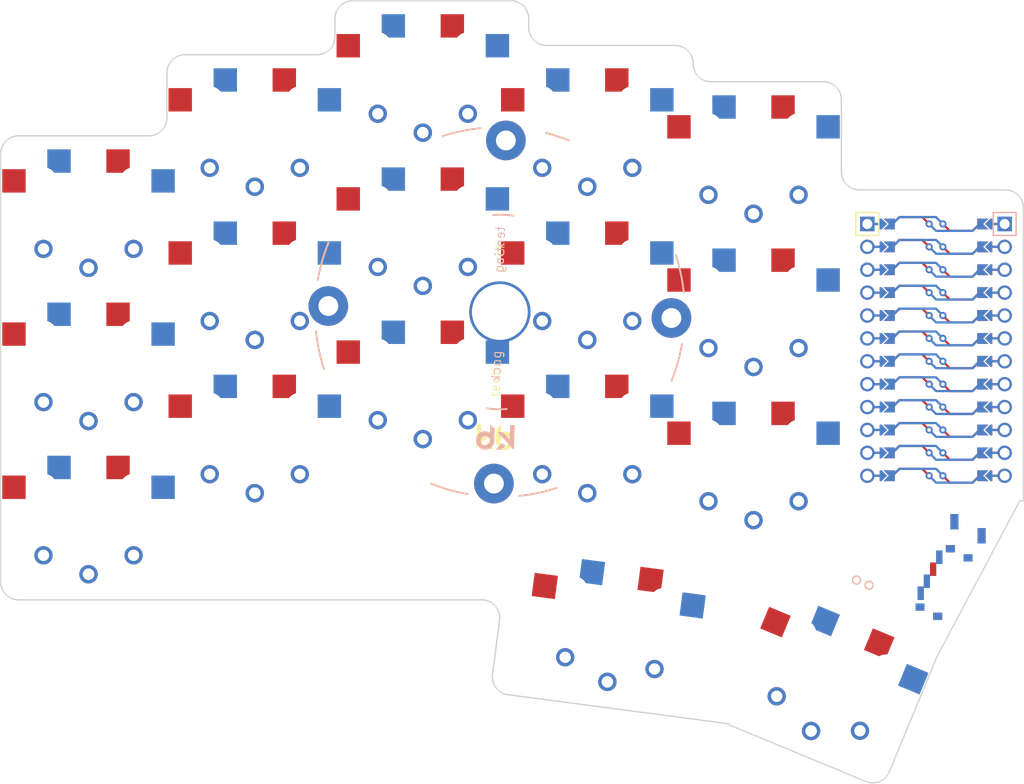
<source format=kicad_pcb>
(kicad_pcb (version 20211014) (generator pcbnew)
  (title_block (title "lazy_ferris") (rev "v1.0.0") (company "Unknown"))
  (layers (0 "F.Cu" signal) (31 "B.Cu" signal) (34 "B.Paste" user) (35 "F.Paste" user) (36 "B.SilkS" user "B.Silkscreen") (37 "F.SilkS" user "F.Silkscreen") (38 "B.Mask" user) (39 "F.Mask" user) (44 "Edge.Cuts" user))
  (net 0 "")
  (net 1 "P8")
  (net 2 "GND")
  (net 3 "P5")
  (net 4 "P2")
  (net 5 "P14")
  (net 6 "P18")
  (net 7 "P20")
  (net 8 "P7")
  (net 9 "P4")
  (net 10 "P0")
  (net 11 "P15")
  (net 12 "P19")
  (net 13 "P21")
  (net 14 "P6")
  (net 15 "P3")
  (net 16 "P1")
  (net 17 "P9")
  (net 18 "P10")
  (net 19 "RAW")
  (net 20 "RST")
  (net 21 "VCC")
  (net 22 "P16")
  (net 23 "pos")
  (footprint "lib:bat" (layer "F.Cu") (at 104.371895 6.840827 -112.5)
    (fp_text reference "")
    (fp_text value "")
  )
  (footprint "PG1350" (layer "F.Cu") (at 92.25 -6)
    (fp_text reference "S25" hide)
    (fp_text value "" hide)
  )
  (footprint "PG1350" (layer "F.Cu") (at 18.45 -17)
    (fp_text reference "S3" hide)
    (fp_text value "" hide)
  )
  (footprint "PG1350" (layer "F.Cu") (at 73.8 -26)
    (fp_text reference "S21" hide)
    (fp_text value "" hide)
  )
  (footprint "PG1350" (layer "F.Cu") (at 55.55 -49 180)
    (fp_text reference "S18" hide)
    (fp_text value "" hide)
  )
  (footprint "PG1350" (layer "F.Cu") (at 18.45 -34 180)
    (fp_text reference "S6" hide)
    (fp_text value "" hide)
  )
  (footprint "PG1350" (layer "F.Cu") (at 92.25 -6 180)
    (fp_text reference "S26" hide)
    (fp_text value "" hide)
  )
  (footprint "PG1350" (layer "F.Cu") (at 36.9 -43)
    (fp_text reference "S11" hide)
    (fp_text value "" hide)
  )
  (footprint "footprints:tenting_puck" (layer "F.Cu") (at 64.1 -23.2 -2)
    (fp_text reference "REF**")
    (fp_text value "Tenting Puck")
  )
  (footprint "PG1350" (layer "F.Cu") (at 73.8 -9)
    (fp_text reference "S19" hide)
    (fp_text value "" hide)
  )
  (footprint "PG1350" (layer "F.Cu") (at 55.55 -15)
    (fp_text reference "S13" hide)
    (fp_text value "" hide)
  )
  (footprint "PG1350" (layer "F.Cu") (at 100.894915 17.848125 157.5)
    (fp_text reference "S34" hide)
    (fp_text value "" hide)
  )
  (footprint "Button_Switch_SMD:SW_SPDT_PCM12" (layer "F.Cu") (at 113.102323 6.668716 62.5)
    (fp_text reference "")
    (fp_text value "")
  )
  (footprint "PG1350" (layer "F.Cu") (at 73.8 -43 180)
    (fp_text reference "S24" hide)
    (fp_text value "" hide)
  )
  (footprint "PG1350" (layer "F.Cu") (at 36.9 -26)
    (fp_text reference "S9" hide)
    (fp_text value "" hide)
  )
  (footprint "Button_Switch_SMD:SW_SPST_B3U-1000P" (layer "F.Cu") (at 116.051706 0.854841 -27.5)
    (fp_text reference "")
    (fp_text value "")
  )
  (footprint "PG1350" (layer "F.Cu") (at 73.8 -26 180)
    (fp_text reference "S22" hide)
    (fp_text value "" hide)
  )
  (footprint "PG1350" (layer "F.Cu") (at 36.9 -9)
    (fp_text reference "S7" hide)
    (fp_text value "" hide)
  )
  (footprint "PG1350" (layer "F.Cu") (at 18.45 -34)
    (fp_text reference "S5" hide)
    (fp_text value "" hide)
  )
  (footprint "ProMicro" (layer "F.Cu") (at 112.5 -19 -90)
    (fp_text reference "MCU1" hide)
    (fp_text value "")
  )
  (footprint "PG1350" (layer "F.Cu") (at 36.9 -26 180)
    (fp_text reference "S10" hide)
    (fp_text value "" hide)
  )
  (footprint "PG1350" (layer "F.Cu") (at 92.25 -23 180)
    (fp_text reference "S28" hide)
    (fp_text value "" hide)
  )
  (footprint "PG1350" (layer "F.Cu") (at 92.25 -40 180)
    (fp_text reference "S30" hide)
    (fp_text value "" hide)
  )
  (footprint "PG1350" (layer "F.Cu") (at 92.25 -23)
    (fp_text reference "S27" hide)
    (fp_text value "" hide)
  )
  (footprint "PG1350" (layer "F.Cu") (at 55.55 -32 180)
    (fp_text reference "S16" hide)
    (fp_text value "" hide)
  )
  (footprint "PG1350" (layer "F.Cu") (at 76.8 12 172.5)
    (fp_text reference "S32" hide)
    (fp_text value "" hide)
  )
  (footprint "PG1350" (layer "F.Cu") (at 18.45 -17 180)
    (fp_text reference "S4" hide)
    (fp_text value "" hide)
  )
  (footprint "PG1350" (layer "F.Cu") (at 18.45 0 180)
    (fp_text reference "S2" hide)
    (fp_text value "" hide)
  )
  (footprint "PG1350" (layer "F.Cu") (at 73.8 -9 180)
    (fp_text reference "S20" hide)
    (fp_text value "" hide)
  )
  (footprint "PG1350" (layer "F.Cu") (at 36.9 -9 180)
    (fp_text reference "S8" hide)
    (fp_text value "" hide)
  )
  (footprint "PG1350" (layer "F.Cu") (at 55.55 -32)
    (fp_text reference "S15" hide)
    (fp_text value "" hide)
  )
  (footprint "PG1350" (layer "F.Cu") (at 92.25 -40)
    (fp_text reference "S29" hide)
    (fp_text value "" hide)
  )
  (footprint "PG1350" (layer "F.Cu") (at 55.55 -15 180)
    (fp_text reference "S14" hide)
    (fp_text value "" hide)
  )
  (footprint "PG1350" (layer "F.Cu") (at 100.894915 17.848125 -22.5)
    (fp_text reference "S33" hide)
    (fp_text value "" hide)
  )
  (footprint "PG1350" (layer "F.Cu") (at 36.9 -43 180)
    (fp_text reference "S12" hide)
    (fp_text value "" hide)
  )
  (footprint "PG1350" (layer "F.Cu") (at 18.45 0)
    (fp_text reference "S1" hide)
    (fp_text value "" hide)
  )
  (footprint "PG1350" (layer "F.Cu") (at 55.55 -49)
    (fp_text reference "S17" hide)
    (fp_text value "" hide)
  )
  (footprint "PG1350" (layer "F.Cu") (at 76.8 12 -7.5)
    (fp_text reference "S31" hide)
    (fp_text value "" hide)
  )
  (footprint "PG1350" (layer "F.Cu") (at 73.8 -43)
    (fp_text reference "S23" hide)
    (fp_text value "" hide)
  )
  (gr_arc (start 107.319627 27.815475) (mid 106.237235 28.897867) (end 104.706502 28.897868) (layer "Edge.Cuts") (width 0.15))
  (gr_line (start 69.3 -52.775) (end 83.55 -52.775) (layer "Edge.Cuts") (width 0.15))
  (gr_line (start 122.2 -2.25) (end 122.2 -34.75) (layer "Edge.Cuts") (width 0.15))
  (gr_arc (start 62.087288 8.75) (mid 63.590967 9.431308) (end 64.070178 11.011052) (layer "Edge.Cuts") (width 0.15))
  (gr_line (start 122.2 -2.25) (end 121.801498 -2.25) (layer "Edge.Cuts") (width 0.15))
  (gr_arc (start 83.55 -52.775) (mid 84.964214 -52.189214) (end 85.55 -50.775) (layer "Edge.Cuts") (width 0.15))
  (gr_line (start 85.55 -50.775) (end 85.55 -50.75) (layer "Edge.Cuts") (width 0.15))
  (gr_arc (start 27.15 -44.75) (mid 26.564214 -43.335786) (end 25.15 -42.75) (layer "Edge.Cuts") (width 0.15))
  (gr_arc (start 120.2 -36.75) (mid 121.614214 -36.164214) (end 122.2 -34.75) (layer "Edge.Cuts") (width 0.15))
  (gr_arc (start 45.8 -53.75) (mid 45.214214 -52.335786) (end 43.8 -51.75) (layer "Edge.Cuts") (width 0.15))
  (gr_arc (start 112.585784 15.101849) (mid 112.624633 15.014078) (end 112.667648 14.928273) (layer "Edge.Cuts") (width 0.15))
  (gr_line (start 112.667648 14.928273) (end 121.801498 -2.25) (layer "Edge.Cuts") (width 0.15))
  (gr_line (start 89.498249 22.49726) (end 89.462489 22.583591) (layer "Edge.Cuts") (width 0.15))
  (gr_arc (start 104 -36.75) (mid 102.585786 -37.335786) (end 102 -38.75) (layer "Edge.Cuts") (width 0.15))
  (gr_line (start 104 -36.75) (end 120.2 -36.75) (layer "Edge.Cuts") (width 0.15))
  (gr_line (start 64.999863 19.271986) (end 89.498249 22.49726) (layer "Edge.Cuts") (width 0.15))
  (gr_line (start 63.278026 17.028044) (end 64.070178 11.011052) (layer "Edge.Cuts") (width 0.15))
  (gr_line (start 89.462489 22.583591) (end 104.706502 28.897868) (layer "Edge.Cuts") (width 0.15))
  (gr_line (start 47.8 -57.75) (end 65.3 -57.75) (layer "Edge.Cuts") (width 0.15))
  (gr_line (start 67.3 -55.75) (end 67.3 -54.775) (layer "Edge.Cuts") (width 0.15))
  (gr_arc (start 87.55 -48.75) (mid 86.135786 -49.335786) (end 85.55 -50.75) (layer "Edge.Cuts") (width 0.15))
  (gr_line (start 10.7 -42.75) (end 25.15 -42.75) (layer "Edge.Cuts") (width 0.15))
  (gr_arc (start 64.999864 19.271986) (mid 63.674209 18.506619) (end 63.278026 17.028044) (layer "Edge.Cuts") (width 0.15))
  (gr_line (start 45.8 -53.75) (end 45.8 -55.75) (layer "Edge.Cuts") (width 0.15))
  (gr_line (start 10.7 8.75) (end 62.087288 8.75) (layer "Edge.Cuts") (width 0.15))
  (gr_line (start 27.15 -44.75) (end 27.15 -49.75) (layer "Edge.Cuts") (width 0.15))
  (gr_line (start 8.7 6.75) (end 8.7 -40.75) (layer "Edge.Cuts") (width 0.15))
  (gr_arc (start 8.7 -40.75) (mid 9.285786 -42.164214) (end 10.7 -42.75) (layer "Edge.Cuts") (width 0.15))
  (gr_line (start 107.319627 27.815475) (end 112.585784 15.10185) (layer "Edge.Cuts") (width 0.15))
  (gr_arc (start 65.3 -57.75) (mid 66.714214 -57.164214) (end 67.3 -55.75) (layer "Edge.Cuts") (width 0.15))
  (gr_line (start 29.15 -51.75) (end 43.8 -51.75) (layer "Edge.Cuts") (width 0.15))
  (gr_arc (start 27.15 -49.75) (mid 27.735786 -51.164214) (end 29.15 -51.75) (layer "Edge.Cuts") (width 0.15))
  (gr_line (start 87.55 -48.75) (end 100 -48.75) (layer "Edge.Cuts") (width 0.15))
  (gr_arc (start 100 -48.75) (mid 101.414214 -48.164214) (end 102 -46.75) (layer "Edge.Cuts") (width 0.15))
  (gr_arc (start 10.7 8.75) (mid 9.285786 8.164214) (end 8.7 6.75) (layer "Edge.Cuts") (width 0.15))
  (gr_line (start 102 -38.75) (end 102 -46.75) (layer "Edge.Cuts") (width 0.15))
  (gr_arc (start 69.3 -52.775) (mid 67.885786 -53.360786) (end 67.3 -54.775) (layer "Edge.Cuts") (width 0.15))
  (gr_arc (start 45.8 -55.75) (mid 46.385786 -57.164214) (end 47.8 -57.75) (layer "Edge.Cuts") (width 0.15))
)
</source>
